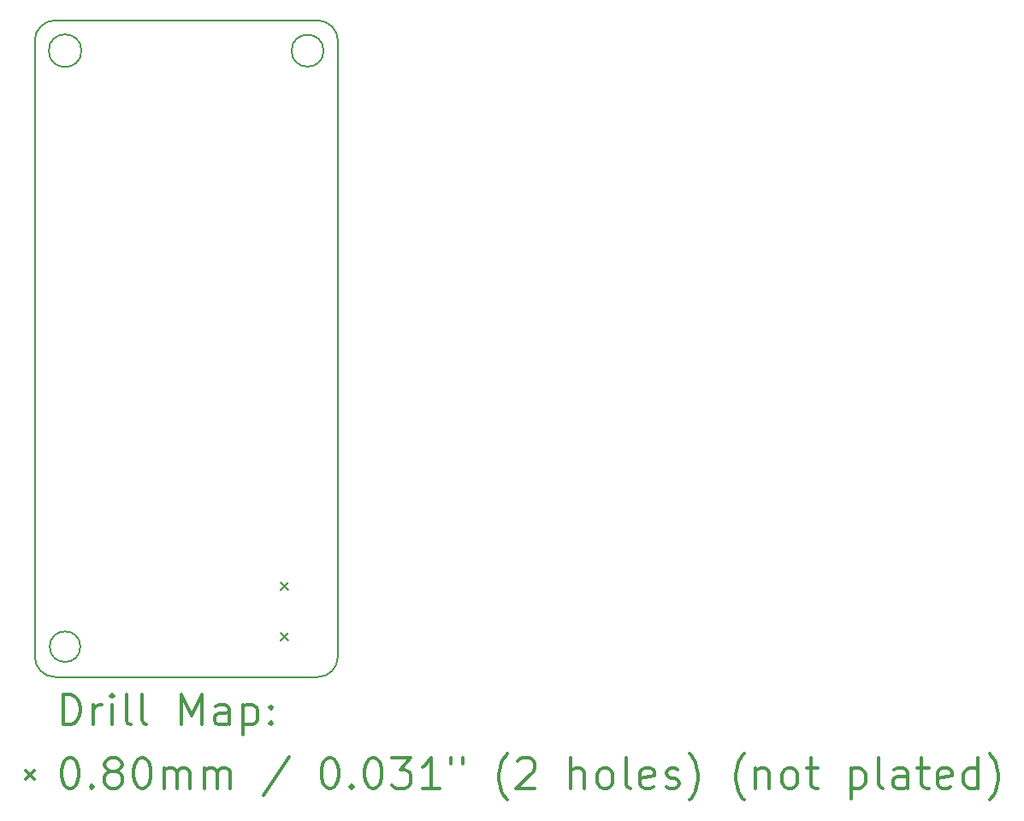
<source format=gbr>
%FSLAX45Y45*%
G04 Gerber Fmt 4.5, Leading zero omitted, Abs format (unit mm)*
G04 Created by KiCad (PCBNEW 5.0.2+dfsg1-1) date Thu 28 Mar 2019 13:57:38 GMT*
%MOMM*%
%LPD*%
G01*
G04 APERTURE LIST*
%ADD10C,0.150000*%
%ADD11C,0.200000*%
%ADD12C,0.300000*%
G04 APERTURE END LIST*
D10*
X14500000Y-5700000D02*
X14500000Y-11795000D01*
X11700000Y-5500000D02*
X14305000Y-5500000D01*
X11500000Y-11800000D02*
X11500000Y-5700000D01*
X14300000Y-12000000D02*
X11705000Y-12000000D01*
D11*
X14358114Y-5800000D02*
G75*
G03X14358114Y-5800000I-158114J0D01*
G01*
X11951327Y-11700000D02*
G75*
G03X11951327Y-11700000I-151328J0D01*
G01*
X11961555Y-5800000D02*
G75*
G03X11961555Y-5800000I-161555J0D01*
G01*
D10*
X11500000Y-5700000D02*
G75*
G02X11700000Y-5500000I200000J0D01*
G01*
X14300000Y-5500000D02*
G75*
G02X14500000Y-5700000I0J-200000D01*
G01*
X14500000Y-11800000D02*
G75*
G02X14300000Y-12000000I-200000J0D01*
G01*
X11700000Y-12000000D02*
G75*
G02X11500000Y-11800000I0J200000D01*
G01*
D11*
X13930000Y-11060000D02*
X14010000Y-11140000D01*
X14010000Y-11060000D02*
X13930000Y-11140000D01*
X13930000Y-11560000D02*
X14010000Y-11640000D01*
X14010000Y-11560000D02*
X13930000Y-11640000D01*
D12*
X11778928Y-12473214D02*
X11778928Y-12173214D01*
X11850357Y-12173214D01*
X11893214Y-12187500D01*
X11921786Y-12216071D01*
X11936071Y-12244643D01*
X11950357Y-12301786D01*
X11950357Y-12344643D01*
X11936071Y-12401786D01*
X11921786Y-12430357D01*
X11893214Y-12458929D01*
X11850357Y-12473214D01*
X11778928Y-12473214D01*
X12078928Y-12473214D02*
X12078928Y-12273214D01*
X12078928Y-12330357D02*
X12093214Y-12301786D01*
X12107500Y-12287500D01*
X12136071Y-12273214D01*
X12164643Y-12273214D01*
X12264643Y-12473214D02*
X12264643Y-12273214D01*
X12264643Y-12173214D02*
X12250357Y-12187500D01*
X12264643Y-12201786D01*
X12278928Y-12187500D01*
X12264643Y-12173214D01*
X12264643Y-12201786D01*
X12450357Y-12473214D02*
X12421786Y-12458929D01*
X12407500Y-12430357D01*
X12407500Y-12173214D01*
X12607500Y-12473214D02*
X12578928Y-12458929D01*
X12564643Y-12430357D01*
X12564643Y-12173214D01*
X12950357Y-12473214D02*
X12950357Y-12173214D01*
X13050357Y-12387500D01*
X13150357Y-12173214D01*
X13150357Y-12473214D01*
X13421786Y-12473214D02*
X13421786Y-12316071D01*
X13407500Y-12287500D01*
X13378928Y-12273214D01*
X13321786Y-12273214D01*
X13293214Y-12287500D01*
X13421786Y-12458929D02*
X13393214Y-12473214D01*
X13321786Y-12473214D01*
X13293214Y-12458929D01*
X13278928Y-12430357D01*
X13278928Y-12401786D01*
X13293214Y-12373214D01*
X13321786Y-12358929D01*
X13393214Y-12358929D01*
X13421786Y-12344643D01*
X13564643Y-12273214D02*
X13564643Y-12573214D01*
X13564643Y-12287500D02*
X13593214Y-12273214D01*
X13650357Y-12273214D01*
X13678928Y-12287500D01*
X13693214Y-12301786D01*
X13707500Y-12330357D01*
X13707500Y-12416071D01*
X13693214Y-12444643D01*
X13678928Y-12458929D01*
X13650357Y-12473214D01*
X13593214Y-12473214D01*
X13564643Y-12458929D01*
X13836071Y-12444643D02*
X13850357Y-12458929D01*
X13836071Y-12473214D01*
X13821786Y-12458929D01*
X13836071Y-12444643D01*
X13836071Y-12473214D01*
X13836071Y-12287500D02*
X13850357Y-12301786D01*
X13836071Y-12316071D01*
X13821786Y-12301786D01*
X13836071Y-12287500D01*
X13836071Y-12316071D01*
X11412500Y-12927500D02*
X11492500Y-13007500D01*
X11492500Y-12927500D02*
X11412500Y-13007500D01*
X11836071Y-12803214D02*
X11864643Y-12803214D01*
X11893214Y-12817500D01*
X11907500Y-12831786D01*
X11921786Y-12860357D01*
X11936071Y-12917500D01*
X11936071Y-12988929D01*
X11921786Y-13046071D01*
X11907500Y-13074643D01*
X11893214Y-13088929D01*
X11864643Y-13103214D01*
X11836071Y-13103214D01*
X11807500Y-13088929D01*
X11793214Y-13074643D01*
X11778928Y-13046071D01*
X11764643Y-12988929D01*
X11764643Y-12917500D01*
X11778928Y-12860357D01*
X11793214Y-12831786D01*
X11807500Y-12817500D01*
X11836071Y-12803214D01*
X12064643Y-13074643D02*
X12078928Y-13088929D01*
X12064643Y-13103214D01*
X12050357Y-13088929D01*
X12064643Y-13074643D01*
X12064643Y-13103214D01*
X12250357Y-12931786D02*
X12221786Y-12917500D01*
X12207500Y-12903214D01*
X12193214Y-12874643D01*
X12193214Y-12860357D01*
X12207500Y-12831786D01*
X12221786Y-12817500D01*
X12250357Y-12803214D01*
X12307500Y-12803214D01*
X12336071Y-12817500D01*
X12350357Y-12831786D01*
X12364643Y-12860357D01*
X12364643Y-12874643D01*
X12350357Y-12903214D01*
X12336071Y-12917500D01*
X12307500Y-12931786D01*
X12250357Y-12931786D01*
X12221786Y-12946071D01*
X12207500Y-12960357D01*
X12193214Y-12988929D01*
X12193214Y-13046071D01*
X12207500Y-13074643D01*
X12221786Y-13088929D01*
X12250357Y-13103214D01*
X12307500Y-13103214D01*
X12336071Y-13088929D01*
X12350357Y-13074643D01*
X12364643Y-13046071D01*
X12364643Y-12988929D01*
X12350357Y-12960357D01*
X12336071Y-12946071D01*
X12307500Y-12931786D01*
X12550357Y-12803214D02*
X12578928Y-12803214D01*
X12607500Y-12817500D01*
X12621786Y-12831786D01*
X12636071Y-12860357D01*
X12650357Y-12917500D01*
X12650357Y-12988929D01*
X12636071Y-13046071D01*
X12621786Y-13074643D01*
X12607500Y-13088929D01*
X12578928Y-13103214D01*
X12550357Y-13103214D01*
X12521786Y-13088929D01*
X12507500Y-13074643D01*
X12493214Y-13046071D01*
X12478928Y-12988929D01*
X12478928Y-12917500D01*
X12493214Y-12860357D01*
X12507500Y-12831786D01*
X12521786Y-12817500D01*
X12550357Y-12803214D01*
X12778928Y-13103214D02*
X12778928Y-12903214D01*
X12778928Y-12931786D02*
X12793214Y-12917500D01*
X12821786Y-12903214D01*
X12864643Y-12903214D01*
X12893214Y-12917500D01*
X12907500Y-12946071D01*
X12907500Y-13103214D01*
X12907500Y-12946071D02*
X12921786Y-12917500D01*
X12950357Y-12903214D01*
X12993214Y-12903214D01*
X13021786Y-12917500D01*
X13036071Y-12946071D01*
X13036071Y-13103214D01*
X13178928Y-13103214D02*
X13178928Y-12903214D01*
X13178928Y-12931786D02*
X13193214Y-12917500D01*
X13221786Y-12903214D01*
X13264643Y-12903214D01*
X13293214Y-12917500D01*
X13307500Y-12946071D01*
X13307500Y-13103214D01*
X13307500Y-12946071D02*
X13321786Y-12917500D01*
X13350357Y-12903214D01*
X13393214Y-12903214D01*
X13421786Y-12917500D01*
X13436071Y-12946071D01*
X13436071Y-13103214D01*
X14021786Y-12788929D02*
X13764643Y-13174643D01*
X14407500Y-12803214D02*
X14436071Y-12803214D01*
X14464643Y-12817500D01*
X14478928Y-12831786D01*
X14493214Y-12860357D01*
X14507500Y-12917500D01*
X14507500Y-12988929D01*
X14493214Y-13046071D01*
X14478928Y-13074643D01*
X14464643Y-13088929D01*
X14436071Y-13103214D01*
X14407500Y-13103214D01*
X14378928Y-13088929D01*
X14364643Y-13074643D01*
X14350357Y-13046071D01*
X14336071Y-12988929D01*
X14336071Y-12917500D01*
X14350357Y-12860357D01*
X14364643Y-12831786D01*
X14378928Y-12817500D01*
X14407500Y-12803214D01*
X14636071Y-13074643D02*
X14650357Y-13088929D01*
X14636071Y-13103214D01*
X14621786Y-13088929D01*
X14636071Y-13074643D01*
X14636071Y-13103214D01*
X14836071Y-12803214D02*
X14864643Y-12803214D01*
X14893214Y-12817500D01*
X14907500Y-12831786D01*
X14921786Y-12860357D01*
X14936071Y-12917500D01*
X14936071Y-12988929D01*
X14921786Y-13046071D01*
X14907500Y-13074643D01*
X14893214Y-13088929D01*
X14864643Y-13103214D01*
X14836071Y-13103214D01*
X14807500Y-13088929D01*
X14793214Y-13074643D01*
X14778928Y-13046071D01*
X14764643Y-12988929D01*
X14764643Y-12917500D01*
X14778928Y-12860357D01*
X14793214Y-12831786D01*
X14807500Y-12817500D01*
X14836071Y-12803214D01*
X15036071Y-12803214D02*
X15221786Y-12803214D01*
X15121786Y-12917500D01*
X15164643Y-12917500D01*
X15193214Y-12931786D01*
X15207500Y-12946071D01*
X15221786Y-12974643D01*
X15221786Y-13046071D01*
X15207500Y-13074643D01*
X15193214Y-13088929D01*
X15164643Y-13103214D01*
X15078928Y-13103214D01*
X15050357Y-13088929D01*
X15036071Y-13074643D01*
X15507500Y-13103214D02*
X15336071Y-13103214D01*
X15421786Y-13103214D02*
X15421786Y-12803214D01*
X15393214Y-12846071D01*
X15364643Y-12874643D01*
X15336071Y-12888929D01*
X15621786Y-12803214D02*
X15621786Y-12860357D01*
X15736071Y-12803214D02*
X15736071Y-12860357D01*
X16178928Y-13217500D02*
X16164643Y-13203214D01*
X16136071Y-13160357D01*
X16121786Y-13131786D01*
X16107500Y-13088929D01*
X16093214Y-13017500D01*
X16093214Y-12960357D01*
X16107500Y-12888929D01*
X16121786Y-12846071D01*
X16136071Y-12817500D01*
X16164643Y-12774643D01*
X16178928Y-12760357D01*
X16278928Y-12831786D02*
X16293214Y-12817500D01*
X16321786Y-12803214D01*
X16393214Y-12803214D01*
X16421786Y-12817500D01*
X16436071Y-12831786D01*
X16450357Y-12860357D01*
X16450357Y-12888929D01*
X16436071Y-12931786D01*
X16264643Y-13103214D01*
X16450357Y-13103214D01*
X16807500Y-13103214D02*
X16807500Y-12803214D01*
X16936071Y-13103214D02*
X16936071Y-12946071D01*
X16921786Y-12917500D01*
X16893214Y-12903214D01*
X16850357Y-12903214D01*
X16821786Y-12917500D01*
X16807500Y-12931786D01*
X17121786Y-13103214D02*
X17093214Y-13088929D01*
X17078928Y-13074643D01*
X17064643Y-13046071D01*
X17064643Y-12960357D01*
X17078928Y-12931786D01*
X17093214Y-12917500D01*
X17121786Y-12903214D01*
X17164643Y-12903214D01*
X17193214Y-12917500D01*
X17207500Y-12931786D01*
X17221786Y-12960357D01*
X17221786Y-13046071D01*
X17207500Y-13074643D01*
X17193214Y-13088929D01*
X17164643Y-13103214D01*
X17121786Y-13103214D01*
X17393214Y-13103214D02*
X17364643Y-13088929D01*
X17350357Y-13060357D01*
X17350357Y-12803214D01*
X17621786Y-13088929D02*
X17593214Y-13103214D01*
X17536071Y-13103214D01*
X17507500Y-13088929D01*
X17493214Y-13060357D01*
X17493214Y-12946071D01*
X17507500Y-12917500D01*
X17536071Y-12903214D01*
X17593214Y-12903214D01*
X17621786Y-12917500D01*
X17636071Y-12946071D01*
X17636071Y-12974643D01*
X17493214Y-13003214D01*
X17750357Y-13088929D02*
X17778928Y-13103214D01*
X17836071Y-13103214D01*
X17864643Y-13088929D01*
X17878928Y-13060357D01*
X17878928Y-13046071D01*
X17864643Y-13017500D01*
X17836071Y-13003214D01*
X17793214Y-13003214D01*
X17764643Y-12988929D01*
X17750357Y-12960357D01*
X17750357Y-12946071D01*
X17764643Y-12917500D01*
X17793214Y-12903214D01*
X17836071Y-12903214D01*
X17864643Y-12917500D01*
X17978928Y-13217500D02*
X17993214Y-13203214D01*
X18021786Y-13160357D01*
X18036071Y-13131786D01*
X18050357Y-13088929D01*
X18064643Y-13017500D01*
X18064643Y-12960357D01*
X18050357Y-12888929D01*
X18036071Y-12846071D01*
X18021786Y-12817500D01*
X17993214Y-12774643D01*
X17978928Y-12760357D01*
X18521786Y-13217500D02*
X18507500Y-13203214D01*
X18478928Y-13160357D01*
X18464643Y-13131786D01*
X18450357Y-13088929D01*
X18436071Y-13017500D01*
X18436071Y-12960357D01*
X18450357Y-12888929D01*
X18464643Y-12846071D01*
X18478928Y-12817500D01*
X18507500Y-12774643D01*
X18521786Y-12760357D01*
X18636071Y-12903214D02*
X18636071Y-13103214D01*
X18636071Y-12931786D02*
X18650357Y-12917500D01*
X18678928Y-12903214D01*
X18721786Y-12903214D01*
X18750357Y-12917500D01*
X18764643Y-12946071D01*
X18764643Y-13103214D01*
X18950357Y-13103214D02*
X18921786Y-13088929D01*
X18907500Y-13074643D01*
X18893214Y-13046071D01*
X18893214Y-12960357D01*
X18907500Y-12931786D01*
X18921786Y-12917500D01*
X18950357Y-12903214D01*
X18993214Y-12903214D01*
X19021786Y-12917500D01*
X19036071Y-12931786D01*
X19050357Y-12960357D01*
X19050357Y-13046071D01*
X19036071Y-13074643D01*
X19021786Y-13088929D01*
X18993214Y-13103214D01*
X18950357Y-13103214D01*
X19136071Y-12903214D02*
X19250357Y-12903214D01*
X19178928Y-12803214D02*
X19178928Y-13060357D01*
X19193214Y-13088929D01*
X19221786Y-13103214D01*
X19250357Y-13103214D01*
X19578928Y-12903214D02*
X19578928Y-13203214D01*
X19578928Y-12917500D02*
X19607500Y-12903214D01*
X19664643Y-12903214D01*
X19693214Y-12917500D01*
X19707500Y-12931786D01*
X19721786Y-12960357D01*
X19721786Y-13046071D01*
X19707500Y-13074643D01*
X19693214Y-13088929D01*
X19664643Y-13103214D01*
X19607500Y-13103214D01*
X19578928Y-13088929D01*
X19893214Y-13103214D02*
X19864643Y-13088929D01*
X19850357Y-13060357D01*
X19850357Y-12803214D01*
X20136071Y-13103214D02*
X20136071Y-12946071D01*
X20121786Y-12917500D01*
X20093214Y-12903214D01*
X20036071Y-12903214D01*
X20007500Y-12917500D01*
X20136071Y-13088929D02*
X20107500Y-13103214D01*
X20036071Y-13103214D01*
X20007500Y-13088929D01*
X19993214Y-13060357D01*
X19993214Y-13031786D01*
X20007500Y-13003214D01*
X20036071Y-12988929D01*
X20107500Y-12988929D01*
X20136071Y-12974643D01*
X20236071Y-12903214D02*
X20350357Y-12903214D01*
X20278928Y-12803214D02*
X20278928Y-13060357D01*
X20293214Y-13088929D01*
X20321786Y-13103214D01*
X20350357Y-13103214D01*
X20564643Y-13088929D02*
X20536071Y-13103214D01*
X20478928Y-13103214D01*
X20450357Y-13088929D01*
X20436071Y-13060357D01*
X20436071Y-12946071D01*
X20450357Y-12917500D01*
X20478928Y-12903214D01*
X20536071Y-12903214D01*
X20564643Y-12917500D01*
X20578928Y-12946071D01*
X20578928Y-12974643D01*
X20436071Y-13003214D01*
X20836071Y-13103214D02*
X20836071Y-12803214D01*
X20836071Y-13088929D02*
X20807500Y-13103214D01*
X20750357Y-13103214D01*
X20721786Y-13088929D01*
X20707500Y-13074643D01*
X20693214Y-13046071D01*
X20693214Y-12960357D01*
X20707500Y-12931786D01*
X20721786Y-12917500D01*
X20750357Y-12903214D01*
X20807500Y-12903214D01*
X20836071Y-12917500D01*
X20950357Y-13217500D02*
X20964643Y-13203214D01*
X20993214Y-13160357D01*
X21007500Y-13131786D01*
X21021786Y-13088929D01*
X21036071Y-13017500D01*
X21036071Y-12960357D01*
X21021786Y-12888929D01*
X21007500Y-12846071D01*
X20993214Y-12817500D01*
X20964643Y-12774643D01*
X20950357Y-12760357D01*
M02*

</source>
